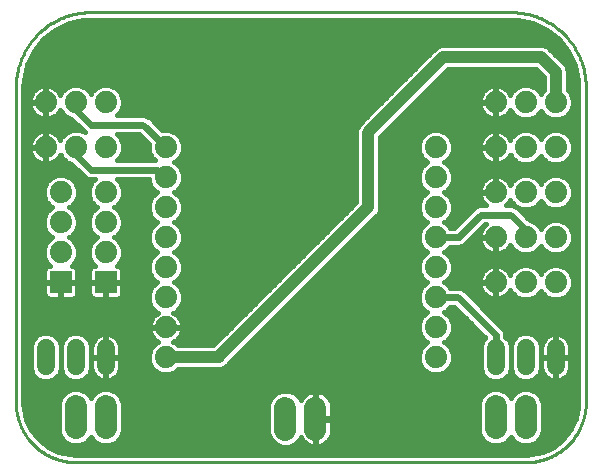
<source format=gbl>
G75*
%MOIN*%
%OFA0B0*%
%FSLAX25Y25*%
%IPPOS*%
%LPD*%
%AMOC8*
5,1,8,0,0,1.08239X$1,22.5*
%
%ADD10C,0.01000*%
%ADD11C,0.07400*%
%ADD12R,0.07400X0.07400*%
%ADD13C,0.07400*%
%ADD14C,0.06000*%
%ADD15C,0.01600*%
%ADD16C,0.03200*%
%ADD17C,0.04000*%
%ADD18C,0.02400*%
D10*
X0021800Y0011250D02*
X0171800Y0011250D01*
X0172283Y0011256D01*
X0172766Y0011273D01*
X0173249Y0011303D01*
X0173730Y0011343D01*
X0174211Y0011396D01*
X0174690Y0011460D01*
X0175167Y0011535D01*
X0175643Y0011623D01*
X0176116Y0011721D01*
X0176586Y0011831D01*
X0177054Y0011952D01*
X0177519Y0012085D01*
X0177980Y0012229D01*
X0178438Y0012384D01*
X0178892Y0012550D01*
X0179342Y0012727D01*
X0179787Y0012914D01*
X0180228Y0013113D01*
X0180664Y0013321D01*
X0181094Y0013541D01*
X0181520Y0013771D01*
X0181939Y0014011D01*
X0182353Y0014261D01*
X0182760Y0014521D01*
X0183161Y0014790D01*
X0183556Y0015070D01*
X0183943Y0015358D01*
X0184324Y0015657D01*
X0184697Y0015964D01*
X0185062Y0016280D01*
X0185420Y0016605D01*
X0185770Y0016938D01*
X0186112Y0017280D01*
X0186445Y0017630D01*
X0186770Y0017988D01*
X0187086Y0018353D01*
X0187393Y0018726D01*
X0187692Y0019107D01*
X0187980Y0019494D01*
X0188260Y0019889D01*
X0188529Y0020290D01*
X0188789Y0020697D01*
X0189039Y0021111D01*
X0189279Y0021530D01*
X0189509Y0021956D01*
X0189729Y0022386D01*
X0189937Y0022822D01*
X0190136Y0023263D01*
X0190323Y0023708D01*
X0190500Y0024158D01*
X0190666Y0024612D01*
X0190821Y0025070D01*
X0190965Y0025531D01*
X0191098Y0025996D01*
X0191219Y0026464D01*
X0191329Y0026934D01*
X0191427Y0027407D01*
X0191515Y0027883D01*
X0191590Y0028360D01*
X0191654Y0028839D01*
X0191707Y0029320D01*
X0191747Y0029801D01*
X0191777Y0030284D01*
X0191794Y0030767D01*
X0191800Y0031250D01*
X0191800Y0136250D01*
X0191793Y0136854D01*
X0191771Y0137458D01*
X0191734Y0138061D01*
X0191683Y0138663D01*
X0191618Y0139263D01*
X0191538Y0139862D01*
X0191443Y0140459D01*
X0191334Y0141053D01*
X0191211Y0141645D01*
X0191074Y0142233D01*
X0190922Y0142818D01*
X0190756Y0143399D01*
X0190576Y0143975D01*
X0190383Y0144548D01*
X0190175Y0145115D01*
X0189954Y0145677D01*
X0189720Y0146234D01*
X0189472Y0146785D01*
X0189211Y0147330D01*
X0188936Y0147868D01*
X0188649Y0148400D01*
X0188349Y0148924D01*
X0188037Y0149441D01*
X0187712Y0149950D01*
X0187375Y0150452D01*
X0187025Y0150945D01*
X0186664Y0151429D01*
X0186292Y0151905D01*
X0185908Y0152371D01*
X0185513Y0152828D01*
X0185107Y0153275D01*
X0184690Y0153713D01*
X0184263Y0154140D01*
X0183825Y0154557D01*
X0183378Y0154963D01*
X0182921Y0155358D01*
X0182455Y0155742D01*
X0181979Y0156114D01*
X0181495Y0156475D01*
X0181002Y0156825D01*
X0180500Y0157162D01*
X0179991Y0157487D01*
X0179474Y0157799D01*
X0178950Y0158099D01*
X0178418Y0158386D01*
X0177880Y0158661D01*
X0177335Y0158922D01*
X0176784Y0159170D01*
X0176227Y0159404D01*
X0175665Y0159625D01*
X0175098Y0159833D01*
X0174525Y0160026D01*
X0173949Y0160206D01*
X0173368Y0160372D01*
X0172783Y0160524D01*
X0172195Y0160661D01*
X0171603Y0160784D01*
X0171009Y0160893D01*
X0170412Y0160988D01*
X0169813Y0161068D01*
X0169213Y0161133D01*
X0168611Y0161184D01*
X0168008Y0161221D01*
X0167404Y0161243D01*
X0166800Y0161250D01*
X0026800Y0161250D01*
X0026196Y0161243D01*
X0025592Y0161221D01*
X0024989Y0161184D01*
X0024387Y0161133D01*
X0023787Y0161068D01*
X0023188Y0160988D01*
X0022591Y0160893D01*
X0021997Y0160784D01*
X0021405Y0160661D01*
X0020817Y0160524D01*
X0020232Y0160372D01*
X0019651Y0160206D01*
X0019075Y0160026D01*
X0018502Y0159833D01*
X0017935Y0159625D01*
X0017373Y0159404D01*
X0016816Y0159170D01*
X0016265Y0158922D01*
X0015720Y0158661D01*
X0015182Y0158386D01*
X0014650Y0158099D01*
X0014126Y0157799D01*
X0013609Y0157487D01*
X0013100Y0157162D01*
X0012598Y0156825D01*
X0012105Y0156475D01*
X0011621Y0156114D01*
X0011145Y0155742D01*
X0010679Y0155358D01*
X0010222Y0154963D01*
X0009775Y0154557D01*
X0009337Y0154140D01*
X0008910Y0153713D01*
X0008493Y0153275D01*
X0008087Y0152828D01*
X0007692Y0152371D01*
X0007308Y0151905D01*
X0006936Y0151429D01*
X0006575Y0150945D01*
X0006225Y0150452D01*
X0005888Y0149950D01*
X0005563Y0149441D01*
X0005251Y0148924D01*
X0004951Y0148400D01*
X0004664Y0147868D01*
X0004389Y0147330D01*
X0004128Y0146785D01*
X0003880Y0146234D01*
X0003646Y0145677D01*
X0003425Y0145115D01*
X0003217Y0144548D01*
X0003024Y0143975D01*
X0002844Y0143399D01*
X0002678Y0142818D01*
X0002526Y0142233D01*
X0002389Y0141645D01*
X0002266Y0141053D01*
X0002157Y0140459D01*
X0002062Y0139862D01*
X0001982Y0139263D01*
X0001917Y0138663D01*
X0001866Y0138061D01*
X0001829Y0137458D01*
X0001807Y0136854D01*
X0001800Y0136250D01*
X0001800Y0031250D01*
X0001806Y0030767D01*
X0001823Y0030284D01*
X0001853Y0029801D01*
X0001893Y0029320D01*
X0001946Y0028839D01*
X0002010Y0028360D01*
X0002085Y0027883D01*
X0002173Y0027407D01*
X0002271Y0026934D01*
X0002381Y0026464D01*
X0002502Y0025996D01*
X0002635Y0025531D01*
X0002779Y0025070D01*
X0002934Y0024612D01*
X0003100Y0024158D01*
X0003277Y0023708D01*
X0003464Y0023263D01*
X0003663Y0022822D01*
X0003871Y0022386D01*
X0004091Y0021956D01*
X0004321Y0021530D01*
X0004561Y0021111D01*
X0004811Y0020697D01*
X0005071Y0020290D01*
X0005340Y0019889D01*
X0005620Y0019494D01*
X0005908Y0019107D01*
X0006207Y0018726D01*
X0006514Y0018353D01*
X0006830Y0017988D01*
X0007155Y0017630D01*
X0007488Y0017280D01*
X0007830Y0016938D01*
X0008180Y0016605D01*
X0008538Y0016280D01*
X0008903Y0015964D01*
X0009276Y0015657D01*
X0009657Y0015358D01*
X0010044Y0015070D01*
X0010439Y0014790D01*
X0010840Y0014521D01*
X0011247Y0014261D01*
X0011661Y0014011D01*
X0012080Y0013771D01*
X0012506Y0013541D01*
X0012936Y0013321D01*
X0013372Y0013113D01*
X0013813Y0012914D01*
X0014258Y0012727D01*
X0014708Y0012550D01*
X0015162Y0012384D01*
X0015620Y0012229D01*
X0016081Y0012085D01*
X0016546Y0011952D01*
X0017014Y0011831D01*
X0017484Y0011721D01*
X0017957Y0011623D01*
X0018433Y0011535D01*
X0018910Y0011460D01*
X0019389Y0011396D01*
X0019870Y0011343D01*
X0020351Y0011303D01*
X0020834Y0011273D01*
X0021317Y0011256D01*
X0021800Y0011250D01*
D11*
X0051800Y0046250D03*
X0051800Y0056250D03*
X0051800Y0066250D03*
X0051800Y0076250D03*
X0051800Y0086250D03*
X0051800Y0096250D03*
X0051800Y0106250D03*
X0051800Y0116250D03*
X0031800Y0116250D03*
X0021800Y0116250D03*
X0011800Y0116250D03*
X0011800Y0131250D03*
X0021800Y0131250D03*
X0031800Y0131250D03*
X0031800Y0101250D03*
X0031800Y0091250D03*
X0031800Y0081250D03*
X0016800Y0081250D03*
X0016800Y0091250D03*
X0016800Y0101250D03*
X0141800Y0096250D03*
X0141800Y0106250D03*
X0141800Y0116250D03*
X0161800Y0116250D03*
X0171800Y0116250D03*
X0181800Y0116250D03*
X0181800Y0101250D03*
X0171800Y0101250D03*
X0161800Y0101250D03*
X0161800Y0086250D03*
X0171800Y0086250D03*
X0181800Y0086250D03*
X0181800Y0071250D03*
X0171800Y0071250D03*
X0161800Y0071250D03*
X0141800Y0066250D03*
X0141800Y0056250D03*
X0141800Y0046250D03*
X0141800Y0076250D03*
X0141800Y0086250D03*
X0161800Y0131250D03*
X0171800Y0131250D03*
X0181800Y0131250D03*
D12*
X0031800Y0071250D03*
X0016800Y0071250D03*
D13*
X0021800Y0029950D02*
X0021800Y0022550D01*
X0031800Y0022550D02*
X0031800Y0029950D01*
X0091682Y0029438D02*
X0091682Y0022038D01*
X0101682Y0022038D02*
X0101682Y0029438D01*
X0161800Y0029950D02*
X0161800Y0022550D01*
X0171800Y0022550D02*
X0171800Y0029950D01*
D14*
X0171800Y0043250D02*
X0171800Y0049250D01*
X0161800Y0049250D02*
X0161800Y0043250D01*
X0181800Y0043250D02*
X0181800Y0049250D01*
X0031800Y0049250D02*
X0031800Y0043250D01*
X0021800Y0043250D02*
X0021800Y0049250D01*
X0011800Y0049250D02*
X0011800Y0043250D01*
D15*
X0017269Y0014447D02*
X0176331Y0014447D01*
X0177580Y0014732D02*
X0173759Y0013860D01*
X0171800Y0013750D01*
X0021800Y0013750D01*
X0019841Y0013860D01*
X0016020Y0014732D01*
X0012489Y0016432D01*
X0009426Y0018876D01*
X0006982Y0021939D01*
X0005282Y0025470D01*
X0004410Y0029291D01*
X0004300Y0031250D01*
X0004300Y0136250D01*
X0004441Y0138769D01*
X0005563Y0143681D01*
X0007749Y0148221D01*
X0010890Y0152160D01*
X0014829Y0155301D01*
X0019369Y0157487D01*
X0024281Y0158609D01*
X0026800Y0158750D01*
X0166800Y0158750D01*
X0169319Y0158609D01*
X0174231Y0157487D01*
X0178771Y0155301D01*
X0182710Y0152160D01*
X0185851Y0148221D01*
X0188037Y0143681D01*
X0189159Y0138769D01*
X0189300Y0136250D01*
X0189300Y0031250D01*
X0189190Y0029291D01*
X0188318Y0025470D01*
X0186618Y0021939D01*
X0184174Y0018876D01*
X0181111Y0016432D01*
X0177580Y0014732D01*
X0175029Y0017718D02*
X0176632Y0019321D01*
X0177500Y0021416D01*
X0177500Y0031084D01*
X0176632Y0033179D01*
X0175029Y0034782D01*
X0172934Y0035650D01*
X0170666Y0035650D01*
X0168571Y0034782D01*
X0166968Y0033179D01*
X0166800Y0032774D01*
X0166632Y0033179D01*
X0165029Y0034782D01*
X0162934Y0035650D01*
X0160666Y0035650D01*
X0158571Y0034782D01*
X0156968Y0033179D01*
X0156100Y0031084D01*
X0156100Y0021416D01*
X0156968Y0019321D01*
X0158571Y0017718D01*
X0160666Y0016850D01*
X0162934Y0016850D01*
X0165029Y0017718D01*
X0166632Y0019321D01*
X0166800Y0019726D01*
X0166968Y0019321D01*
X0168571Y0017718D01*
X0170666Y0016850D01*
X0172934Y0016850D01*
X0175029Y0017718D01*
X0174851Y0017644D02*
X0182630Y0017644D01*
X0184467Y0019243D02*
X0176554Y0019243D01*
X0177262Y0020841D02*
X0185742Y0020841D01*
X0186859Y0022440D02*
X0177500Y0022440D01*
X0177500Y0024038D02*
X0187628Y0024038D01*
X0188356Y0025637D02*
X0177500Y0025637D01*
X0177500Y0027235D02*
X0188721Y0027235D01*
X0189086Y0028834D02*
X0177500Y0028834D01*
X0177500Y0030432D02*
X0189254Y0030432D01*
X0189300Y0032031D02*
X0177108Y0032031D01*
X0176182Y0033629D02*
X0189300Y0033629D01*
X0189300Y0035228D02*
X0173953Y0035228D01*
X0172795Y0038250D02*
X0170805Y0038250D01*
X0168968Y0039011D01*
X0167561Y0040418D01*
X0166800Y0042255D01*
X0166800Y0050245D01*
X0167561Y0052082D01*
X0168968Y0053489D01*
X0170805Y0054250D01*
X0172795Y0054250D01*
X0174632Y0053489D01*
X0176039Y0052082D01*
X0176800Y0050245D01*
X0176800Y0042255D01*
X0176039Y0040418D01*
X0174632Y0039011D01*
X0172795Y0038250D01*
X0173216Y0038425D02*
X0189300Y0038425D01*
X0189300Y0040023D02*
X0185361Y0040023D01*
X0185461Y0040123D02*
X0185905Y0040734D01*
X0186248Y0041407D01*
X0186482Y0042126D01*
X0186600Y0042872D01*
X0186600Y0046050D01*
X0182000Y0046050D01*
X0182000Y0046450D01*
X0186600Y0046450D01*
X0186600Y0049628D01*
X0186482Y0050374D01*
X0186248Y0051093D01*
X0185905Y0051766D01*
X0185461Y0052377D01*
X0184927Y0052911D01*
X0184316Y0053355D01*
X0183643Y0053698D01*
X0182924Y0053932D01*
X0182178Y0054050D01*
X0182000Y0054050D01*
X0182000Y0046450D01*
X0181600Y0046450D01*
X0181600Y0054050D01*
X0181422Y0054050D01*
X0180676Y0053932D01*
X0179957Y0053698D01*
X0179284Y0053355D01*
X0178673Y0052911D01*
X0178139Y0052377D01*
X0177695Y0051766D01*
X0177352Y0051093D01*
X0177118Y0050374D01*
X0177000Y0049628D01*
X0177000Y0046450D01*
X0181600Y0046450D01*
X0181600Y0046050D01*
X0182000Y0046050D01*
X0182000Y0038450D01*
X0182178Y0038450D01*
X0182924Y0038568D01*
X0183643Y0038802D01*
X0184316Y0039145D01*
X0184927Y0039589D01*
X0185461Y0040123D01*
X0186318Y0041622D02*
X0189300Y0041622D01*
X0189300Y0043220D02*
X0186600Y0043220D01*
X0186600Y0044819D02*
X0189300Y0044819D01*
X0189300Y0046417D02*
X0182000Y0046417D01*
X0181600Y0046417D02*
X0176800Y0046417D01*
X0177000Y0046050D02*
X0177000Y0042872D01*
X0177118Y0042126D01*
X0177352Y0041407D01*
X0177695Y0040734D01*
X0178139Y0040123D01*
X0178673Y0039589D01*
X0179284Y0039145D01*
X0179957Y0038802D01*
X0180676Y0038568D01*
X0181422Y0038450D01*
X0181600Y0038450D01*
X0181600Y0046050D01*
X0177000Y0046050D01*
X0177000Y0044819D02*
X0176800Y0044819D01*
X0176800Y0043220D02*
X0177000Y0043220D01*
X0177282Y0041622D02*
X0176537Y0041622D01*
X0175644Y0040023D02*
X0178239Y0040023D01*
X0181600Y0040023D02*
X0182000Y0040023D01*
X0182000Y0041622D02*
X0181600Y0041622D01*
X0181600Y0043220D02*
X0182000Y0043220D01*
X0182000Y0044819D02*
X0181600Y0044819D01*
X0181600Y0048016D02*
X0182000Y0048016D01*
X0182000Y0049614D02*
X0181600Y0049614D01*
X0181600Y0051213D02*
X0182000Y0051213D01*
X0182000Y0052811D02*
X0181600Y0052811D01*
X0178573Y0052811D02*
X0175310Y0052811D01*
X0176399Y0051213D02*
X0177413Y0051213D01*
X0177000Y0049614D02*
X0176800Y0049614D01*
X0176800Y0048016D02*
X0177000Y0048016D01*
X0185027Y0052811D02*
X0189300Y0052811D01*
X0189300Y0051213D02*
X0186187Y0051213D01*
X0186600Y0049614D02*
X0189300Y0049614D01*
X0189300Y0048016D02*
X0186600Y0048016D01*
X0189300Y0054410D02*
X0164990Y0054410D01*
X0165000Y0054387D02*
X0164513Y0055563D01*
X0163613Y0056463D01*
X0151406Y0068670D01*
X0150229Y0069157D01*
X0149522Y0069450D01*
X0146644Y0069450D01*
X0146632Y0069479D01*
X0145029Y0071082D01*
X0144624Y0071250D01*
X0145029Y0071418D01*
X0146632Y0073021D01*
X0147500Y0075116D01*
X0147500Y0077384D01*
X0146632Y0079479D01*
X0145029Y0081082D01*
X0144624Y0081250D01*
X0145029Y0081418D01*
X0146632Y0083021D01*
X0146644Y0083050D01*
X0149721Y0083050D01*
X0151265Y0083689D01*
X0151406Y0083830D01*
X0151643Y0084068D01*
X0151856Y0084280D01*
X0152306Y0084730D01*
X0152306Y0084730D01*
X0158125Y0090550D01*
X0158361Y0090550D01*
X0158217Y0090445D01*
X0157605Y0089833D01*
X0157096Y0089133D01*
X0156703Y0088361D01*
X0156435Y0087538D01*
X0156300Y0086683D01*
X0156300Y0086450D01*
X0161600Y0086450D01*
X0161600Y0086050D01*
X0162000Y0086050D01*
X0162000Y0080750D01*
X0162233Y0080750D01*
X0163088Y0080885D01*
X0163911Y0081153D01*
X0164683Y0081546D01*
X0165383Y0082055D01*
X0165995Y0082667D01*
X0166504Y0083367D01*
X0166681Y0083714D01*
X0166968Y0083021D01*
X0168571Y0081418D01*
X0170666Y0080550D01*
X0172934Y0080550D01*
X0175029Y0081418D01*
X0176632Y0083021D01*
X0176800Y0083426D01*
X0176968Y0083021D01*
X0178571Y0081418D01*
X0180666Y0080550D01*
X0182934Y0080550D01*
X0185029Y0081418D01*
X0186632Y0083021D01*
X0187500Y0085116D01*
X0187500Y0087384D01*
X0186632Y0089479D01*
X0185029Y0091082D01*
X0182934Y0091950D01*
X0180666Y0091950D01*
X0178571Y0091082D01*
X0176968Y0089479D01*
X0176800Y0089074D01*
X0176632Y0089479D01*
X0175029Y0091082D01*
X0173261Y0091814D01*
X0168906Y0096170D01*
X0167729Y0096657D01*
X0167022Y0096950D01*
X0165239Y0096950D01*
X0165383Y0097055D01*
X0165995Y0097667D01*
X0166504Y0098367D01*
X0166681Y0098714D01*
X0166968Y0098021D01*
X0168571Y0096418D01*
X0170666Y0095550D01*
X0172934Y0095550D01*
X0175029Y0096418D01*
X0176632Y0098021D01*
X0176800Y0098426D01*
X0176968Y0098021D01*
X0178571Y0096418D01*
X0180666Y0095550D01*
X0182934Y0095550D01*
X0185029Y0096418D01*
X0186632Y0098021D01*
X0187500Y0100116D01*
X0187500Y0102384D01*
X0186632Y0104479D01*
X0185029Y0106082D01*
X0182934Y0106950D01*
X0180666Y0106950D01*
X0178571Y0106082D01*
X0176968Y0104479D01*
X0176800Y0104074D01*
X0176632Y0104479D01*
X0175029Y0106082D01*
X0172934Y0106950D01*
X0170666Y0106950D01*
X0168571Y0106082D01*
X0166968Y0104479D01*
X0166681Y0103786D01*
X0166504Y0104133D01*
X0165995Y0104833D01*
X0165383Y0105445D01*
X0164683Y0105954D01*
X0163911Y0106347D01*
X0163088Y0106615D01*
X0162233Y0106750D01*
X0162000Y0106750D01*
X0162000Y0101450D01*
X0161600Y0101450D01*
X0161600Y0106750D01*
X0161367Y0106750D01*
X0160512Y0106615D01*
X0159689Y0106347D01*
X0158917Y0105954D01*
X0158217Y0105445D01*
X0157605Y0104833D01*
X0157096Y0104133D01*
X0156703Y0103361D01*
X0156435Y0102538D01*
X0156300Y0101683D01*
X0156300Y0101450D01*
X0161600Y0101450D01*
X0161600Y0101050D01*
X0156300Y0101050D01*
X0156300Y0100817D01*
X0156435Y0099962D01*
X0156703Y0099139D01*
X0157096Y0098367D01*
X0157605Y0097667D01*
X0158217Y0097055D01*
X0158361Y0096950D01*
X0156163Y0096950D01*
X0154987Y0096463D01*
X0154087Y0095563D01*
X0154087Y0095563D01*
X0147975Y0089450D01*
X0146644Y0089450D01*
X0146632Y0089479D01*
X0145029Y0091082D01*
X0144624Y0091250D01*
X0145029Y0091418D01*
X0146632Y0093021D01*
X0147500Y0095116D01*
X0147500Y0097384D01*
X0146632Y0099479D01*
X0145029Y0101082D01*
X0144624Y0101250D01*
X0145029Y0101418D01*
X0146632Y0103021D01*
X0147500Y0105116D01*
X0147500Y0107384D01*
X0146632Y0109479D01*
X0145029Y0111082D01*
X0144624Y0111250D01*
X0145029Y0111418D01*
X0146632Y0113021D01*
X0147500Y0115116D01*
X0147500Y0117384D01*
X0146632Y0119479D01*
X0145029Y0121082D01*
X0142934Y0121950D01*
X0140666Y0121950D01*
X0138571Y0121082D01*
X0136968Y0119479D01*
X0136100Y0117384D01*
X0136100Y0115116D01*
X0136968Y0113021D01*
X0138571Y0111418D01*
X0138976Y0111250D01*
X0138571Y0111082D01*
X0136968Y0109479D01*
X0136100Y0107384D01*
X0136100Y0105116D01*
X0136968Y0103021D01*
X0138571Y0101418D01*
X0138976Y0101250D01*
X0138571Y0101082D01*
X0136968Y0099479D01*
X0136100Y0097384D01*
X0136100Y0095116D01*
X0136968Y0093021D01*
X0138571Y0091418D01*
X0138976Y0091250D01*
X0138571Y0091082D01*
X0136968Y0089479D01*
X0136100Y0087384D01*
X0136100Y0085116D01*
X0136968Y0083021D01*
X0138571Y0081418D01*
X0138976Y0081250D01*
X0138571Y0081082D01*
X0136968Y0079479D01*
X0136100Y0077384D01*
X0136100Y0075116D01*
X0136968Y0073021D01*
X0138571Y0071418D01*
X0138976Y0071250D01*
X0138571Y0071082D01*
X0136968Y0069479D01*
X0136100Y0067384D01*
X0136100Y0065116D01*
X0136968Y0063021D01*
X0138571Y0061418D01*
X0138976Y0061250D01*
X0138571Y0061082D01*
X0136968Y0059479D01*
X0136100Y0057384D01*
X0136100Y0055116D01*
X0136968Y0053021D01*
X0138571Y0051418D01*
X0138976Y0051250D01*
X0138571Y0051082D01*
X0136968Y0049479D01*
X0136100Y0047384D01*
X0136100Y0045116D01*
X0136968Y0043021D01*
X0138571Y0041418D01*
X0140666Y0040550D01*
X0142934Y0040550D01*
X0145029Y0041418D01*
X0146632Y0043021D01*
X0147500Y0045116D01*
X0147500Y0047384D01*
X0146632Y0049479D01*
X0145029Y0051082D01*
X0144624Y0051250D01*
X0145029Y0051418D01*
X0146632Y0053021D01*
X0147500Y0055116D01*
X0147500Y0057384D01*
X0146632Y0059479D01*
X0145029Y0061082D01*
X0144624Y0061250D01*
X0145029Y0061418D01*
X0146632Y0063021D01*
X0146644Y0063050D01*
X0147975Y0063050D01*
X0158252Y0052773D01*
X0157561Y0052082D01*
X0156800Y0050245D01*
X0156800Y0042255D01*
X0157561Y0040418D01*
X0158968Y0039011D01*
X0160805Y0038250D01*
X0162795Y0038250D01*
X0164632Y0039011D01*
X0166039Y0040418D01*
X0166800Y0042255D01*
X0166800Y0050245D01*
X0166039Y0052082D01*
X0165000Y0053121D01*
X0165000Y0054387D01*
X0165310Y0052811D02*
X0168290Y0052811D01*
X0167201Y0051213D02*
X0166399Y0051213D01*
X0166800Y0049614D02*
X0166800Y0049614D01*
X0166800Y0048016D02*
X0166800Y0048016D01*
X0166800Y0046417D02*
X0166800Y0046417D01*
X0166800Y0044819D02*
X0166800Y0044819D01*
X0166800Y0043220D02*
X0166800Y0043220D01*
X0166537Y0041622D02*
X0167062Y0041622D01*
X0167956Y0040023D02*
X0165644Y0040023D01*
X0163216Y0038425D02*
X0170384Y0038425D01*
X0169647Y0035228D02*
X0163953Y0035228D01*
X0166182Y0033629D02*
X0167418Y0033629D01*
X0159647Y0035228D02*
X0033953Y0035228D01*
X0032934Y0035650D02*
X0030666Y0035650D01*
X0028571Y0034782D01*
X0026968Y0033179D01*
X0026800Y0032774D01*
X0026632Y0033179D01*
X0025029Y0034782D01*
X0022934Y0035650D01*
X0020666Y0035650D01*
X0018571Y0034782D01*
X0016968Y0033179D01*
X0016100Y0031084D01*
X0016100Y0021416D01*
X0016968Y0019321D01*
X0018571Y0017718D01*
X0020666Y0016850D01*
X0022934Y0016850D01*
X0025029Y0017718D01*
X0026632Y0019321D01*
X0026800Y0019726D01*
X0026968Y0019321D01*
X0028571Y0017718D01*
X0030666Y0016850D01*
X0032934Y0016850D01*
X0035029Y0017718D01*
X0036632Y0019321D01*
X0037500Y0021416D01*
X0037500Y0031084D01*
X0036632Y0033179D01*
X0035029Y0034782D01*
X0032934Y0035650D01*
X0029647Y0035228D02*
X0023953Y0035228D01*
X0026182Y0033629D02*
X0027418Y0033629D01*
X0029957Y0038802D02*
X0030676Y0038568D01*
X0031422Y0038450D01*
X0031600Y0038450D01*
X0031600Y0046050D01*
X0032000Y0046050D01*
X0032000Y0046450D01*
X0036600Y0046450D01*
X0036600Y0049628D01*
X0036482Y0050374D01*
X0036248Y0051093D01*
X0035905Y0051766D01*
X0035461Y0052377D01*
X0034927Y0052911D01*
X0034316Y0053355D01*
X0033643Y0053698D01*
X0032924Y0053932D01*
X0032178Y0054050D01*
X0032000Y0054050D01*
X0032000Y0046450D01*
X0031600Y0046450D01*
X0031600Y0054050D01*
X0031422Y0054050D01*
X0030676Y0053932D01*
X0029957Y0053698D01*
X0029284Y0053355D01*
X0028673Y0052911D01*
X0028139Y0052377D01*
X0027695Y0051766D01*
X0027352Y0051093D01*
X0027118Y0050374D01*
X0027000Y0049628D01*
X0027000Y0046450D01*
X0031600Y0046450D01*
X0031600Y0046050D01*
X0027000Y0046050D01*
X0027000Y0042872D01*
X0027118Y0042126D01*
X0027352Y0041407D01*
X0027695Y0040734D01*
X0028139Y0040123D01*
X0028673Y0039589D01*
X0029284Y0039145D01*
X0029957Y0038802D01*
X0031600Y0040023D02*
X0032000Y0040023D01*
X0032000Y0038450D02*
X0032178Y0038450D01*
X0032924Y0038568D01*
X0033643Y0038802D01*
X0034316Y0039145D01*
X0034927Y0039589D01*
X0035461Y0040123D01*
X0035905Y0040734D01*
X0036248Y0041407D01*
X0036482Y0042126D01*
X0036600Y0042872D01*
X0036600Y0046050D01*
X0032000Y0046050D01*
X0032000Y0038450D01*
X0032000Y0041622D02*
X0031600Y0041622D01*
X0031600Y0043220D02*
X0032000Y0043220D01*
X0032000Y0044819D02*
X0031600Y0044819D01*
X0031600Y0046417D02*
X0026800Y0046417D01*
X0026800Y0044819D02*
X0027000Y0044819D01*
X0027000Y0043220D02*
X0026800Y0043220D01*
X0026800Y0042255D02*
X0026800Y0050245D01*
X0026039Y0052082D01*
X0024632Y0053489D01*
X0022795Y0054250D01*
X0020805Y0054250D01*
X0018968Y0053489D01*
X0017561Y0052082D01*
X0016800Y0050245D01*
X0016039Y0052082D01*
X0014632Y0053489D01*
X0012795Y0054250D01*
X0010805Y0054250D01*
X0008968Y0053489D01*
X0007561Y0052082D01*
X0006800Y0050245D01*
X0006800Y0042255D01*
X0007561Y0040418D01*
X0008968Y0039011D01*
X0010805Y0038250D01*
X0012795Y0038250D01*
X0014632Y0039011D01*
X0016039Y0040418D01*
X0016800Y0042255D01*
X0016800Y0050245D01*
X0016800Y0042255D01*
X0017561Y0040418D01*
X0018968Y0039011D01*
X0020805Y0038250D01*
X0022795Y0038250D01*
X0024632Y0039011D01*
X0026039Y0040418D01*
X0026800Y0042255D01*
X0026537Y0041622D02*
X0027282Y0041622D01*
X0028239Y0040023D02*
X0025644Y0040023D01*
X0023216Y0038425D02*
X0160384Y0038425D01*
X0157956Y0040023D02*
X0035361Y0040023D01*
X0036318Y0041622D02*
X0048367Y0041622D01*
X0048571Y0041418D02*
X0046968Y0043021D01*
X0046100Y0045116D01*
X0046100Y0047384D01*
X0046968Y0049479D01*
X0048571Y0051082D01*
X0049264Y0051369D01*
X0048917Y0051546D01*
X0048217Y0052055D01*
X0047605Y0052667D01*
X0047096Y0053367D01*
X0046703Y0054139D01*
X0046435Y0054962D01*
X0046300Y0055817D01*
X0046300Y0056050D01*
X0051600Y0056050D01*
X0051600Y0056450D01*
X0046300Y0056450D01*
X0046300Y0056683D01*
X0046435Y0057538D01*
X0046703Y0058361D01*
X0047096Y0059133D01*
X0047605Y0059833D01*
X0048217Y0060445D01*
X0048917Y0060954D01*
X0049264Y0061131D01*
X0048571Y0061418D01*
X0046968Y0063021D01*
X0046100Y0065116D01*
X0046100Y0067384D01*
X0046968Y0069479D01*
X0048571Y0071082D01*
X0048976Y0071250D01*
X0048571Y0071418D01*
X0046968Y0073021D01*
X0046100Y0075116D01*
X0046100Y0077384D01*
X0046968Y0079479D01*
X0048571Y0081082D01*
X0048976Y0081250D01*
X0048571Y0081418D01*
X0046968Y0083021D01*
X0046100Y0085116D01*
X0046100Y0087384D01*
X0046968Y0089479D01*
X0048571Y0091082D01*
X0048976Y0091250D01*
X0048571Y0091418D01*
X0046968Y0093021D01*
X0046100Y0095116D01*
X0046100Y0097384D01*
X0046968Y0099479D01*
X0048571Y0101082D01*
X0048976Y0101250D01*
X0048571Y0101418D01*
X0046968Y0103021D01*
X0046100Y0105116D01*
X0046100Y0105550D01*
X0035561Y0105550D01*
X0036632Y0104479D01*
X0037500Y0102384D01*
X0037500Y0100116D01*
X0036632Y0098021D01*
X0035029Y0096418D01*
X0034624Y0096250D01*
X0035029Y0096082D01*
X0036632Y0094479D01*
X0037500Y0092384D01*
X0037500Y0090116D01*
X0036632Y0088021D01*
X0035029Y0086418D01*
X0034624Y0086250D01*
X0035029Y0086082D01*
X0036632Y0084479D01*
X0037500Y0082384D01*
X0037500Y0080116D01*
X0036632Y0078021D01*
X0035361Y0076750D01*
X0035737Y0076750D01*
X0036195Y0076627D01*
X0036605Y0076390D01*
X0036940Y0076055D01*
X0037177Y0075645D01*
X0037300Y0075187D01*
X0037300Y0071450D01*
X0032000Y0071450D01*
X0032000Y0071050D01*
X0037300Y0071050D01*
X0037300Y0067313D01*
X0037177Y0066855D01*
X0036940Y0066445D01*
X0036605Y0066110D01*
X0036195Y0065873D01*
X0035737Y0065750D01*
X0032000Y0065750D01*
X0032000Y0071050D01*
X0031600Y0071050D01*
X0031600Y0065750D01*
X0027863Y0065750D01*
X0027405Y0065873D01*
X0026995Y0066110D01*
X0026660Y0066445D01*
X0026423Y0066855D01*
X0026300Y0067313D01*
X0026300Y0071050D01*
X0031600Y0071050D01*
X0031600Y0071450D01*
X0026300Y0071450D01*
X0026300Y0075187D01*
X0026423Y0075645D01*
X0026660Y0076055D01*
X0026995Y0076390D01*
X0027405Y0076627D01*
X0027863Y0076750D01*
X0028239Y0076750D01*
X0026968Y0078021D01*
X0026100Y0080116D01*
X0026100Y0082384D01*
X0026968Y0084479D01*
X0028571Y0086082D01*
X0028976Y0086250D01*
X0028571Y0086418D01*
X0026968Y0088021D01*
X0026100Y0090116D01*
X0026100Y0092384D01*
X0026968Y0094479D01*
X0028571Y0096082D01*
X0028976Y0096250D01*
X0028571Y0096418D01*
X0026968Y0098021D01*
X0026100Y0100116D01*
X0026100Y0102384D01*
X0026968Y0104479D01*
X0028039Y0105550D01*
X0026163Y0105550D01*
X0024987Y0106037D01*
X0024087Y0106937D01*
X0020339Y0110686D01*
X0018571Y0111418D01*
X0016968Y0113021D01*
X0016681Y0113714D01*
X0016504Y0113367D01*
X0015995Y0112667D01*
X0015383Y0112055D01*
X0014683Y0111546D01*
X0013911Y0111153D01*
X0013088Y0110885D01*
X0012233Y0110750D01*
X0012000Y0110750D01*
X0012000Y0116050D01*
X0011600Y0116050D01*
X0011600Y0110750D01*
X0011367Y0110750D01*
X0010512Y0110885D01*
X0009689Y0111153D01*
X0008917Y0111546D01*
X0008217Y0112055D01*
X0007605Y0112667D01*
X0007096Y0113367D01*
X0006703Y0114139D01*
X0006435Y0114962D01*
X0006300Y0115817D01*
X0006300Y0116050D01*
X0011600Y0116050D01*
X0011600Y0116450D01*
X0011600Y0121750D01*
X0011367Y0121750D01*
X0010512Y0121615D01*
X0009689Y0121347D01*
X0008917Y0120954D01*
X0008217Y0120445D01*
X0007605Y0119833D01*
X0007096Y0119133D01*
X0006703Y0118361D01*
X0006435Y0117538D01*
X0006300Y0116683D01*
X0006300Y0116450D01*
X0011600Y0116450D01*
X0012000Y0116450D01*
X0012000Y0121750D01*
X0012233Y0121750D01*
X0013088Y0121615D01*
X0013911Y0121347D01*
X0014683Y0120954D01*
X0015383Y0120445D01*
X0015995Y0119833D01*
X0016504Y0119133D01*
X0016681Y0118786D01*
X0016968Y0119479D01*
X0018571Y0121082D01*
X0020666Y0121950D01*
X0022934Y0121950D01*
X0024881Y0121143D01*
X0024087Y0121937D01*
X0020339Y0125686D01*
X0018571Y0126418D01*
X0016968Y0128021D01*
X0016681Y0128714D01*
X0016504Y0128367D01*
X0015995Y0127667D01*
X0015383Y0127055D01*
X0014683Y0126546D01*
X0013911Y0126153D01*
X0013088Y0125885D01*
X0012233Y0125750D01*
X0012000Y0125750D01*
X0012000Y0131050D01*
X0011600Y0131050D01*
X0006300Y0131050D01*
X0006300Y0130817D01*
X0006435Y0129962D01*
X0006703Y0129139D01*
X0007096Y0128367D01*
X0007605Y0127667D01*
X0008217Y0127055D01*
X0008917Y0126546D01*
X0009689Y0126153D01*
X0010512Y0125885D01*
X0011367Y0125750D01*
X0011600Y0125750D01*
X0011600Y0131050D01*
X0011600Y0131450D01*
X0011600Y0136750D01*
X0011367Y0136750D01*
X0010512Y0136615D01*
X0009689Y0136347D01*
X0008917Y0135954D01*
X0008217Y0135445D01*
X0007605Y0134833D01*
X0007096Y0134133D01*
X0006703Y0133361D01*
X0006435Y0132538D01*
X0006300Y0131683D01*
X0006300Y0131450D01*
X0011600Y0131450D01*
X0012000Y0131450D01*
X0012000Y0136750D01*
X0012233Y0136750D01*
X0013088Y0136615D01*
X0013911Y0136347D01*
X0014683Y0135954D01*
X0015383Y0135445D01*
X0015995Y0134833D01*
X0016504Y0134133D01*
X0016681Y0133786D01*
X0016968Y0134479D01*
X0018571Y0136082D01*
X0020666Y0136950D01*
X0022934Y0136950D01*
X0025029Y0136082D01*
X0026632Y0134479D01*
X0026800Y0134074D01*
X0026968Y0134479D01*
X0028571Y0136082D01*
X0030666Y0136950D01*
X0032934Y0136950D01*
X0035029Y0136082D01*
X0036632Y0134479D01*
X0037500Y0132384D01*
X0037500Y0130116D01*
X0036632Y0128021D01*
X0035561Y0126950D01*
X0044522Y0126950D01*
X0045698Y0126463D01*
X0045698Y0126463D01*
X0046406Y0126170D01*
X0050637Y0121938D01*
X0050666Y0121950D01*
X0052934Y0121950D01*
X0055029Y0121082D01*
X0056632Y0119479D01*
X0057500Y0117384D01*
X0057500Y0115116D01*
X0056632Y0113021D01*
X0055029Y0111418D01*
X0054624Y0111250D01*
X0055029Y0111082D01*
X0056632Y0109479D01*
X0057500Y0107384D01*
X0057500Y0105116D01*
X0056632Y0103021D01*
X0055029Y0101418D01*
X0054624Y0101250D01*
X0055029Y0101082D01*
X0056632Y0099479D01*
X0057500Y0097384D01*
X0057500Y0095116D01*
X0056632Y0093021D01*
X0055029Y0091418D01*
X0054624Y0091250D01*
X0055029Y0091082D01*
X0056632Y0089479D01*
X0057500Y0087384D01*
X0057500Y0085116D01*
X0056632Y0083021D01*
X0055029Y0081418D01*
X0054624Y0081250D01*
X0055029Y0081082D01*
X0056632Y0079479D01*
X0057500Y0077384D01*
X0057500Y0075116D01*
X0056632Y0073021D01*
X0055029Y0071418D01*
X0054624Y0071250D01*
X0055029Y0071082D01*
X0056632Y0069479D01*
X0057500Y0067384D01*
X0057500Y0065116D01*
X0056632Y0063021D01*
X0055029Y0061418D01*
X0054336Y0061131D01*
X0054683Y0060954D01*
X0055383Y0060445D01*
X0055995Y0059833D01*
X0056504Y0059133D01*
X0056897Y0058361D01*
X0057165Y0057538D01*
X0057300Y0056683D01*
X0057300Y0056450D01*
X0052000Y0056450D01*
X0052000Y0056050D01*
X0057300Y0056050D01*
X0057300Y0055817D01*
X0057165Y0054962D01*
X0056897Y0054139D01*
X0056504Y0053367D01*
X0055995Y0052667D01*
X0055383Y0052055D01*
X0054683Y0051546D01*
X0054336Y0051369D01*
X0055029Y0051082D01*
X0055861Y0050250D01*
X0067643Y0050250D01*
X0115300Y0097907D01*
X0115300Y0121830D01*
X0116061Y0123668D01*
X0116061Y0123668D01*
X0116202Y0123809D01*
X0116202Y0123809D01*
X0116838Y0124445D01*
X0117327Y0124934D01*
X0117327Y0124934D01*
X0140909Y0148516D01*
X0142034Y0149641D01*
X0143504Y0150250D01*
X0177380Y0150250D01*
X0179218Y0149489D01*
X0179218Y0149489D01*
X0179359Y0149348D01*
X0179359Y0149348D01*
X0180006Y0148701D01*
X0180484Y0148223D01*
X0180484Y0148223D01*
X0184066Y0144641D01*
X0185191Y0143516D01*
X0185800Y0142046D01*
X0185800Y0135311D01*
X0186632Y0134479D01*
X0187500Y0132384D01*
X0187500Y0130116D01*
X0186632Y0128021D01*
X0185029Y0126418D01*
X0182934Y0125550D01*
X0180666Y0125550D01*
X0178571Y0126418D01*
X0176968Y0128021D01*
X0176800Y0128426D01*
X0176632Y0128021D01*
X0175029Y0126418D01*
X0172934Y0125550D01*
X0170666Y0125550D01*
X0168571Y0126418D01*
X0166968Y0128021D01*
X0166681Y0128714D01*
X0166504Y0128367D01*
X0165995Y0127667D01*
X0165383Y0127055D01*
X0164683Y0126546D01*
X0163911Y0126153D01*
X0163088Y0125885D01*
X0162233Y0125750D01*
X0162000Y0125750D01*
X0162000Y0131050D01*
X0161600Y0131050D01*
X0161600Y0125750D01*
X0161367Y0125750D01*
X0160512Y0125885D01*
X0159689Y0126153D01*
X0158917Y0126546D01*
X0158217Y0127055D01*
X0157605Y0127667D01*
X0157096Y0128367D01*
X0156703Y0129139D01*
X0156435Y0129962D01*
X0156300Y0130817D01*
X0156300Y0131050D01*
X0161600Y0131050D01*
X0161600Y0131450D01*
X0161600Y0136750D01*
X0161367Y0136750D01*
X0160512Y0136615D01*
X0159689Y0136347D01*
X0158917Y0135954D01*
X0158217Y0135445D01*
X0157605Y0134833D01*
X0157096Y0134133D01*
X0156703Y0133361D01*
X0156435Y0132538D01*
X0156300Y0131683D01*
X0156300Y0131450D01*
X0161600Y0131450D01*
X0162000Y0131450D01*
X0162000Y0136750D01*
X0162233Y0136750D01*
X0163088Y0136615D01*
X0163911Y0136347D01*
X0164683Y0135954D01*
X0165383Y0135445D01*
X0165995Y0134833D01*
X0166504Y0134133D01*
X0166681Y0133786D01*
X0166968Y0134479D01*
X0168571Y0136082D01*
X0170666Y0136950D01*
X0172934Y0136950D01*
X0175029Y0136082D01*
X0176632Y0134479D01*
X0176800Y0134074D01*
X0176968Y0134479D01*
X0177800Y0135311D01*
X0177800Y0139593D01*
X0175143Y0142250D01*
X0145957Y0142250D01*
X0123300Y0119593D01*
X0123300Y0095454D01*
X0122691Y0093984D01*
X0121566Y0092859D01*
X0072984Y0044277D01*
X0072984Y0044277D01*
X0072457Y0043750D01*
X0071859Y0043152D01*
X0071859Y0043152D01*
X0071718Y0043011D01*
X0071718Y0043011D01*
X0069880Y0042250D01*
X0055861Y0042250D01*
X0055029Y0041418D01*
X0052934Y0040550D01*
X0050666Y0040550D01*
X0048571Y0041418D01*
X0046885Y0043220D02*
X0036600Y0043220D01*
X0036600Y0044819D02*
X0046223Y0044819D01*
X0046100Y0046417D02*
X0032000Y0046417D01*
X0032000Y0048016D02*
X0031600Y0048016D01*
X0031600Y0049614D02*
X0032000Y0049614D01*
X0032000Y0051213D02*
X0031600Y0051213D01*
X0031600Y0052811D02*
X0032000Y0052811D01*
X0035027Y0052811D02*
X0047500Y0052811D01*
X0046615Y0054410D02*
X0004300Y0054410D01*
X0004300Y0056008D02*
X0046300Y0056008D01*
X0046458Y0057607D02*
X0004300Y0057607D01*
X0004300Y0059205D02*
X0047149Y0059205D01*
X0048711Y0060804D02*
X0004300Y0060804D01*
X0004300Y0062402D02*
X0047587Y0062402D01*
X0046562Y0064001D02*
X0004300Y0064001D01*
X0004300Y0065599D02*
X0046100Y0065599D01*
X0046100Y0067198D02*
X0037269Y0067198D01*
X0037300Y0068796D02*
X0046685Y0068796D01*
X0047884Y0070395D02*
X0037300Y0070395D01*
X0037300Y0071993D02*
X0047996Y0071993D01*
X0046731Y0073592D02*
X0037300Y0073592D01*
X0037299Y0075190D02*
X0046100Y0075190D01*
X0046100Y0076789D02*
X0035400Y0076789D01*
X0036784Y0078387D02*
X0046516Y0078387D01*
X0047475Y0079986D02*
X0037446Y0079986D01*
X0037500Y0081584D02*
X0048404Y0081584D01*
X0046901Y0083183D02*
X0037169Y0083183D01*
X0036329Y0084782D02*
X0046239Y0084782D01*
X0046100Y0086380D02*
X0034938Y0086380D01*
X0036590Y0087979D02*
X0046346Y0087979D01*
X0047066Y0089577D02*
X0037277Y0089577D01*
X0037500Y0091176D02*
X0048797Y0091176D01*
X0047215Y0092774D02*
X0037338Y0092774D01*
X0036676Y0094373D02*
X0046408Y0094373D01*
X0046100Y0095971D02*
X0035140Y0095971D01*
X0036181Y0097570D02*
X0046177Y0097570D01*
X0046839Y0099168D02*
X0037107Y0099168D01*
X0037500Y0100767D02*
X0048256Y0100767D01*
X0047624Y0102365D02*
X0037500Y0102365D01*
X0036846Y0103964D02*
X0046577Y0103964D01*
X0048886Y0108750D02*
X0048946Y0108748D01*
X0049007Y0108743D01*
X0049066Y0108734D01*
X0049125Y0108721D01*
X0049184Y0108705D01*
X0049241Y0108685D01*
X0049296Y0108662D01*
X0049351Y0108635D01*
X0049403Y0108606D01*
X0049454Y0108573D01*
X0049503Y0108537D01*
X0049549Y0108499D01*
X0049593Y0108457D01*
X0048039Y0111950D02*
X0035561Y0111950D01*
X0036632Y0113021D01*
X0037500Y0115116D01*
X0037500Y0117384D01*
X0036632Y0119479D01*
X0035561Y0120550D01*
X0042975Y0120550D01*
X0046112Y0117413D01*
X0046100Y0117384D01*
X0046100Y0115116D01*
X0046968Y0113021D01*
X0048039Y0111950D01*
X0048033Y0111956D02*
X0035567Y0111956D01*
X0036853Y0113555D02*
X0046747Y0113555D01*
X0046100Y0115153D02*
X0037500Y0115153D01*
X0037500Y0116752D02*
X0046100Y0116752D01*
X0045174Y0118350D02*
X0037100Y0118350D01*
X0036162Y0119949D02*
X0043576Y0119949D01*
X0044593Y0123457D02*
X0044549Y0123499D01*
X0044503Y0123537D01*
X0044454Y0123573D01*
X0044403Y0123606D01*
X0044351Y0123635D01*
X0044296Y0123662D01*
X0044241Y0123685D01*
X0044184Y0123705D01*
X0044125Y0123721D01*
X0044066Y0123734D01*
X0044007Y0123743D01*
X0043946Y0123748D01*
X0043886Y0123750D01*
X0045988Y0126343D02*
X0118736Y0126343D01*
X0120334Y0127941D02*
X0036552Y0127941D01*
X0037261Y0129540D02*
X0121933Y0129540D01*
X0123532Y0131138D02*
X0037500Y0131138D01*
X0037354Y0132737D02*
X0125130Y0132737D01*
X0126729Y0134335D02*
X0036692Y0134335D01*
X0035177Y0135934D02*
X0128327Y0135934D01*
X0129926Y0137532D02*
X0004372Y0137532D01*
X0004300Y0135934D02*
X0008890Y0135934D01*
X0007243Y0134335D02*
X0004300Y0134335D01*
X0004300Y0132737D02*
X0006500Y0132737D01*
X0004300Y0131138D02*
X0011600Y0131138D01*
X0011600Y0129540D02*
X0012000Y0129540D01*
X0012000Y0127941D02*
X0011600Y0127941D01*
X0011600Y0126343D02*
X0012000Y0126343D01*
X0014284Y0126343D02*
X0018752Y0126343D01*
X0017048Y0127941D02*
X0016194Y0127941D01*
X0021280Y0124744D02*
X0004300Y0124744D01*
X0004300Y0123146D02*
X0022879Y0123146D01*
X0023906Y0121547D02*
X0024477Y0121547D01*
X0019694Y0121547D02*
X0013295Y0121547D01*
X0012000Y0121547D02*
X0011600Y0121547D01*
X0010305Y0121547D02*
X0004300Y0121547D01*
X0004300Y0119949D02*
X0007721Y0119949D01*
X0006699Y0118350D02*
X0004300Y0118350D01*
X0004300Y0116752D02*
X0006311Y0116752D01*
X0006405Y0115153D02*
X0004300Y0115153D01*
X0004300Y0113555D02*
X0007001Y0113555D01*
X0008353Y0111956D02*
X0004300Y0111956D01*
X0004300Y0110358D02*
X0020667Y0110358D01*
X0022265Y0108759D02*
X0004300Y0108759D01*
X0004300Y0107161D02*
X0023864Y0107161D01*
X0026134Y0105562D02*
X0020549Y0105562D01*
X0020029Y0106082D02*
X0017934Y0106950D01*
X0015666Y0106950D01*
X0013571Y0106082D01*
X0011968Y0104479D01*
X0011100Y0102384D01*
X0011100Y0100116D01*
X0011968Y0098021D01*
X0013571Y0096418D01*
X0013976Y0096250D01*
X0013571Y0096082D01*
X0011968Y0094479D01*
X0011100Y0092384D01*
X0011100Y0090116D01*
X0011968Y0088021D01*
X0013571Y0086418D01*
X0013976Y0086250D01*
X0013571Y0086082D01*
X0011968Y0084479D01*
X0011100Y0082384D01*
X0011100Y0080116D01*
X0011968Y0078021D01*
X0013239Y0076750D01*
X0012863Y0076750D01*
X0012405Y0076627D01*
X0011995Y0076390D01*
X0011660Y0076055D01*
X0011423Y0075645D01*
X0011300Y0075187D01*
X0011300Y0071450D01*
X0016600Y0071450D01*
X0016600Y0071050D01*
X0011300Y0071050D01*
X0011300Y0067313D01*
X0011423Y0066855D01*
X0011660Y0066445D01*
X0011995Y0066110D01*
X0012405Y0065873D01*
X0012863Y0065750D01*
X0016600Y0065750D01*
X0016600Y0071050D01*
X0017000Y0071050D01*
X0017000Y0071450D01*
X0022300Y0071450D01*
X0022300Y0075187D01*
X0022177Y0075645D01*
X0021940Y0076055D01*
X0021605Y0076390D01*
X0021195Y0076627D01*
X0020737Y0076750D01*
X0020361Y0076750D01*
X0021632Y0078021D01*
X0022500Y0080116D01*
X0022500Y0082384D01*
X0021632Y0084479D01*
X0020029Y0086082D01*
X0019624Y0086250D01*
X0020029Y0086418D01*
X0021632Y0088021D01*
X0022500Y0090116D01*
X0022500Y0092384D01*
X0021632Y0094479D01*
X0020029Y0096082D01*
X0019624Y0096250D01*
X0020029Y0096418D01*
X0021632Y0098021D01*
X0022500Y0100116D01*
X0022500Y0102384D01*
X0021632Y0104479D01*
X0020029Y0106082D01*
X0021846Y0103964D02*
X0026754Y0103964D01*
X0026100Y0102365D02*
X0022500Y0102365D01*
X0022500Y0100767D02*
X0026100Y0100767D01*
X0026493Y0099168D02*
X0022107Y0099168D01*
X0021181Y0097570D02*
X0027419Y0097570D01*
X0028460Y0095971D02*
X0020140Y0095971D01*
X0021676Y0094373D02*
X0026924Y0094373D01*
X0026262Y0092774D02*
X0022338Y0092774D01*
X0022500Y0091176D02*
X0026100Y0091176D01*
X0026323Y0089577D02*
X0022277Y0089577D01*
X0021590Y0087979D02*
X0027010Y0087979D01*
X0028662Y0086380D02*
X0019938Y0086380D01*
X0021329Y0084782D02*
X0027270Y0084782D01*
X0026431Y0083183D02*
X0022169Y0083183D01*
X0022500Y0081584D02*
X0026100Y0081584D01*
X0026154Y0079986D02*
X0022446Y0079986D01*
X0021784Y0078387D02*
X0026816Y0078387D01*
X0028200Y0076789D02*
X0020400Y0076789D01*
X0022299Y0075190D02*
X0026301Y0075190D01*
X0026300Y0073592D02*
X0022300Y0073592D01*
X0022300Y0071993D02*
X0026300Y0071993D01*
X0026300Y0070395D02*
X0022300Y0070395D01*
X0022300Y0071050D02*
X0017000Y0071050D01*
X0017000Y0065750D01*
X0020737Y0065750D01*
X0021195Y0065873D01*
X0021605Y0066110D01*
X0021940Y0066445D01*
X0022177Y0066855D01*
X0022300Y0067313D01*
X0022300Y0071050D01*
X0022300Y0068796D02*
X0026300Y0068796D01*
X0026331Y0067198D02*
X0022269Y0067198D01*
X0017000Y0067198D02*
X0016600Y0067198D01*
X0016600Y0068796D02*
X0017000Y0068796D01*
X0017000Y0070395D02*
X0016600Y0070395D01*
X0011300Y0070395D02*
X0004300Y0070395D01*
X0004300Y0071993D02*
X0011300Y0071993D01*
X0011300Y0073592D02*
X0004300Y0073592D01*
X0004300Y0075190D02*
X0011301Y0075190D01*
X0013200Y0076789D02*
X0004300Y0076789D01*
X0004300Y0078387D02*
X0011816Y0078387D01*
X0011154Y0079986D02*
X0004300Y0079986D01*
X0004300Y0081584D02*
X0011100Y0081584D01*
X0011431Y0083183D02*
X0004300Y0083183D01*
X0004300Y0084782D02*
X0012270Y0084782D01*
X0013662Y0086380D02*
X0004300Y0086380D01*
X0004300Y0087979D02*
X0012010Y0087979D01*
X0011323Y0089577D02*
X0004300Y0089577D01*
X0004300Y0091176D02*
X0011100Y0091176D01*
X0011262Y0092774D02*
X0004300Y0092774D01*
X0004300Y0094373D02*
X0011924Y0094373D01*
X0013460Y0095971D02*
X0004300Y0095971D01*
X0004300Y0097570D02*
X0012419Y0097570D01*
X0011493Y0099168D02*
X0004300Y0099168D01*
X0004300Y0100767D02*
X0011100Y0100767D01*
X0011100Y0102365D02*
X0004300Y0102365D01*
X0004300Y0103964D02*
X0011754Y0103964D01*
X0013051Y0105562D02*
X0004300Y0105562D01*
X0011600Y0111956D02*
X0012000Y0111956D01*
X0012000Y0113555D02*
X0011600Y0113555D01*
X0011600Y0115153D02*
X0012000Y0115153D01*
X0012000Y0116752D02*
X0011600Y0116752D01*
X0011600Y0118350D02*
X0012000Y0118350D01*
X0012000Y0119949D02*
X0011600Y0119949D01*
X0015879Y0119949D02*
X0017438Y0119949D01*
X0021800Y0114164D02*
X0021802Y0114104D01*
X0021807Y0114043D01*
X0021816Y0113984D01*
X0021829Y0113925D01*
X0021845Y0113866D01*
X0021865Y0113809D01*
X0021888Y0113754D01*
X0021915Y0113699D01*
X0021944Y0113647D01*
X0021977Y0113596D01*
X0022013Y0113547D01*
X0022051Y0113501D01*
X0022093Y0113457D01*
X0018033Y0111956D02*
X0015247Y0111956D01*
X0016599Y0113555D02*
X0016747Y0113555D01*
X0009316Y0126343D02*
X0004300Y0126343D01*
X0004300Y0127941D02*
X0007406Y0127941D01*
X0006573Y0129540D02*
X0004300Y0129540D01*
X0011600Y0132737D02*
X0012000Y0132737D01*
X0012000Y0134335D02*
X0011600Y0134335D01*
X0011600Y0135934D02*
X0012000Y0135934D01*
X0014710Y0135934D02*
X0018423Y0135934D01*
X0016908Y0134335D02*
X0016357Y0134335D01*
X0021800Y0129164D02*
X0021802Y0129104D01*
X0021807Y0129043D01*
X0021816Y0128984D01*
X0021829Y0128925D01*
X0021845Y0128866D01*
X0021865Y0128809D01*
X0021888Y0128754D01*
X0021915Y0128699D01*
X0021944Y0128647D01*
X0021977Y0128596D01*
X0022013Y0128547D01*
X0022051Y0128501D01*
X0022093Y0128457D01*
X0026692Y0134335D02*
X0026908Y0134335D01*
X0028423Y0135934D02*
X0025177Y0135934D01*
X0008148Y0148722D02*
X0141115Y0148722D01*
X0139517Y0147123D02*
X0007220Y0147123D01*
X0006450Y0145525D02*
X0137918Y0145525D01*
X0136320Y0143926D02*
X0005681Y0143926D01*
X0005254Y0142328D02*
X0134721Y0142328D01*
X0133123Y0140729D02*
X0004889Y0140729D01*
X0004524Y0139131D02*
X0131524Y0139131D01*
X0136444Y0132737D02*
X0156500Y0132737D01*
X0157243Y0134335D02*
X0138042Y0134335D01*
X0139641Y0135934D02*
X0158890Y0135934D01*
X0161600Y0135934D02*
X0162000Y0135934D01*
X0162000Y0134335D02*
X0161600Y0134335D01*
X0161600Y0132737D02*
X0162000Y0132737D01*
X0161600Y0131138D02*
X0134845Y0131138D01*
X0133247Y0129540D02*
X0156573Y0129540D01*
X0157406Y0127941D02*
X0131648Y0127941D01*
X0130050Y0126343D02*
X0159316Y0126343D01*
X0161600Y0126343D02*
X0162000Y0126343D01*
X0162000Y0127941D02*
X0161600Y0127941D01*
X0161600Y0129540D02*
X0162000Y0129540D01*
X0164284Y0126343D02*
X0168752Y0126343D01*
X0167048Y0127941D02*
X0166194Y0127941D01*
X0166357Y0134335D02*
X0166908Y0134335D01*
X0168423Y0135934D02*
X0164710Y0135934D01*
X0175177Y0135934D02*
X0177800Y0135934D01*
X0177800Y0137532D02*
X0141239Y0137532D01*
X0142838Y0139131D02*
X0177800Y0139131D01*
X0176664Y0140729D02*
X0144436Y0140729D01*
X0128451Y0124744D02*
X0189300Y0124744D01*
X0189300Y0123146D02*
X0126853Y0123146D01*
X0125254Y0121547D02*
X0139694Y0121547D01*
X0137438Y0119949D02*
X0123656Y0119949D01*
X0123300Y0118350D02*
X0136500Y0118350D01*
X0136100Y0116752D02*
X0123300Y0116752D01*
X0123300Y0115153D02*
X0136100Y0115153D01*
X0136747Y0113555D02*
X0123300Y0113555D01*
X0123300Y0111956D02*
X0138033Y0111956D01*
X0137847Y0110358D02*
X0123300Y0110358D01*
X0123300Y0108759D02*
X0136670Y0108759D01*
X0136100Y0107161D02*
X0123300Y0107161D01*
X0123300Y0105562D02*
X0136100Y0105562D01*
X0136577Y0103964D02*
X0123300Y0103964D01*
X0123300Y0102365D02*
X0137624Y0102365D01*
X0138256Y0100767D02*
X0123300Y0100767D01*
X0123300Y0099168D02*
X0136839Y0099168D01*
X0136177Y0097570D02*
X0123300Y0097570D01*
X0123300Y0095971D02*
X0136100Y0095971D01*
X0136408Y0094373D02*
X0122852Y0094373D01*
X0121481Y0092774D02*
X0137215Y0092774D01*
X0138797Y0091176D02*
X0119882Y0091176D01*
X0118284Y0089577D02*
X0137066Y0089577D01*
X0136346Y0087979D02*
X0116685Y0087979D01*
X0115087Y0086380D02*
X0136100Y0086380D01*
X0136239Y0084782D02*
X0113488Y0084782D01*
X0111890Y0083183D02*
X0136901Y0083183D01*
X0138404Y0081584D02*
X0110291Y0081584D01*
X0108693Y0079986D02*
X0137475Y0079986D01*
X0136516Y0078387D02*
X0107094Y0078387D01*
X0105496Y0076789D02*
X0136100Y0076789D01*
X0136100Y0075190D02*
X0103897Y0075190D01*
X0102299Y0073592D02*
X0136731Y0073592D01*
X0137996Y0071993D02*
X0100700Y0071993D01*
X0099102Y0070395D02*
X0137884Y0070395D01*
X0136685Y0068796D02*
X0097503Y0068796D01*
X0095905Y0067198D02*
X0136100Y0067198D01*
X0136100Y0065599D02*
X0094306Y0065599D01*
X0092708Y0064001D02*
X0136562Y0064001D01*
X0137587Y0062402D02*
X0091109Y0062402D01*
X0089511Y0060804D02*
X0138293Y0060804D01*
X0136855Y0059205D02*
X0087912Y0059205D01*
X0086314Y0057607D02*
X0136192Y0057607D01*
X0136100Y0056008D02*
X0084715Y0056008D01*
X0083117Y0054410D02*
X0136393Y0054410D01*
X0137178Y0052811D02*
X0081518Y0052811D01*
X0079920Y0051213D02*
X0138886Y0051213D01*
X0137103Y0049614D02*
X0078321Y0049614D01*
X0076723Y0048016D02*
X0136362Y0048016D01*
X0136100Y0046417D02*
X0075124Y0046417D01*
X0073526Y0044819D02*
X0136223Y0044819D01*
X0136885Y0043220D02*
X0071927Y0043220D01*
X0068606Y0051213D02*
X0054714Y0051213D01*
X0056100Y0052811D02*
X0070204Y0052811D01*
X0071803Y0054410D02*
X0056985Y0054410D01*
X0057300Y0056008D02*
X0073401Y0056008D01*
X0075000Y0057607D02*
X0057142Y0057607D01*
X0056451Y0059205D02*
X0076598Y0059205D01*
X0078197Y0060804D02*
X0054889Y0060804D01*
X0056013Y0062402D02*
X0079796Y0062402D01*
X0081394Y0064001D02*
X0057038Y0064001D01*
X0057500Y0065599D02*
X0082993Y0065599D01*
X0084591Y0067198D02*
X0057500Y0067198D01*
X0056915Y0068796D02*
X0086190Y0068796D01*
X0087788Y0070395D02*
X0055716Y0070395D01*
X0055604Y0071993D02*
X0089387Y0071993D01*
X0090985Y0073592D02*
X0056869Y0073592D01*
X0057500Y0075190D02*
X0092584Y0075190D01*
X0094182Y0076789D02*
X0057500Y0076789D01*
X0057084Y0078387D02*
X0095781Y0078387D01*
X0097379Y0079986D02*
X0056125Y0079986D01*
X0055196Y0081584D02*
X0098978Y0081584D01*
X0100576Y0083183D02*
X0056699Y0083183D01*
X0057361Y0084782D02*
X0102175Y0084782D01*
X0103773Y0086380D02*
X0057500Y0086380D01*
X0057254Y0087979D02*
X0105372Y0087979D01*
X0106970Y0089577D02*
X0056534Y0089577D01*
X0054803Y0091176D02*
X0108569Y0091176D01*
X0110167Y0092774D02*
X0056385Y0092774D01*
X0057192Y0094373D02*
X0111766Y0094373D01*
X0113364Y0095971D02*
X0057500Y0095971D01*
X0057423Y0097570D02*
X0114963Y0097570D01*
X0115300Y0099168D02*
X0056761Y0099168D01*
X0055344Y0100767D02*
X0115300Y0100767D01*
X0115300Y0102365D02*
X0055976Y0102365D01*
X0057023Y0103964D02*
X0115300Y0103964D01*
X0115300Y0105562D02*
X0057500Y0105562D01*
X0057500Y0107161D02*
X0115300Y0107161D01*
X0115300Y0108759D02*
X0056930Y0108759D01*
X0055753Y0110358D02*
X0115300Y0110358D01*
X0115300Y0111956D02*
X0055567Y0111956D01*
X0056853Y0113555D02*
X0115300Y0113555D01*
X0115300Y0115153D02*
X0057500Y0115153D01*
X0057500Y0116752D02*
X0115300Y0116752D01*
X0115300Y0118350D02*
X0057100Y0118350D01*
X0056162Y0119949D02*
X0115300Y0119949D01*
X0115300Y0121547D02*
X0053906Y0121547D01*
X0049430Y0123146D02*
X0115845Y0123146D01*
X0117137Y0124744D02*
X0047831Y0124744D01*
X0012592Y0153518D02*
X0181008Y0153518D01*
X0182902Y0151919D02*
X0010698Y0151919D01*
X0009423Y0150320D02*
X0184177Y0150320D01*
X0185452Y0148722D02*
X0179985Y0148722D01*
X0181583Y0147123D02*
X0186380Y0147123D01*
X0187149Y0145525D02*
X0183182Y0145525D01*
X0184780Y0143926D02*
X0187919Y0143926D01*
X0188346Y0142328D02*
X0185683Y0142328D01*
X0185800Y0140729D02*
X0188711Y0140729D01*
X0189076Y0139131D02*
X0185800Y0139131D01*
X0185800Y0137532D02*
X0189228Y0137532D01*
X0189300Y0135934D02*
X0185800Y0135934D01*
X0186692Y0134335D02*
X0189300Y0134335D01*
X0189300Y0132737D02*
X0187354Y0132737D01*
X0187500Y0131138D02*
X0189300Y0131138D01*
X0189300Y0129540D02*
X0187261Y0129540D01*
X0186552Y0127941D02*
X0189300Y0127941D01*
X0189300Y0126343D02*
X0184848Y0126343D01*
X0182934Y0121950D02*
X0180666Y0121950D01*
X0178571Y0121082D01*
X0176968Y0119479D01*
X0176800Y0119074D01*
X0176632Y0119479D01*
X0175029Y0121082D01*
X0172934Y0121950D01*
X0170666Y0121950D01*
X0168571Y0121082D01*
X0166968Y0119479D01*
X0166681Y0118786D01*
X0166504Y0119133D01*
X0165995Y0119833D01*
X0165383Y0120445D01*
X0164683Y0120954D01*
X0163911Y0121347D01*
X0163088Y0121615D01*
X0162233Y0121750D01*
X0162000Y0121750D01*
X0162000Y0116450D01*
X0161600Y0116450D01*
X0161600Y0121750D01*
X0161367Y0121750D01*
X0160512Y0121615D01*
X0159689Y0121347D01*
X0158917Y0120954D01*
X0158217Y0120445D01*
X0157605Y0119833D01*
X0157096Y0119133D01*
X0156703Y0118361D01*
X0156435Y0117538D01*
X0156300Y0116683D01*
X0156300Y0116450D01*
X0161600Y0116450D01*
X0161600Y0116050D01*
X0156300Y0116050D01*
X0156300Y0115817D01*
X0156435Y0114962D01*
X0156703Y0114139D01*
X0157096Y0113367D01*
X0157605Y0112667D01*
X0158217Y0112055D01*
X0158917Y0111546D01*
X0159689Y0111153D01*
X0160512Y0110885D01*
X0161367Y0110750D01*
X0161600Y0110750D01*
X0161600Y0116050D01*
X0162000Y0116050D01*
X0162000Y0110750D01*
X0162233Y0110750D01*
X0163088Y0110885D01*
X0163911Y0111153D01*
X0164683Y0111546D01*
X0165383Y0112055D01*
X0165995Y0112667D01*
X0166504Y0113367D01*
X0166681Y0113714D01*
X0166968Y0113021D01*
X0168571Y0111418D01*
X0170666Y0110550D01*
X0172934Y0110550D01*
X0175029Y0111418D01*
X0176632Y0113021D01*
X0176800Y0113426D01*
X0176968Y0113021D01*
X0178571Y0111418D01*
X0180666Y0110550D01*
X0182934Y0110550D01*
X0185029Y0111418D01*
X0186632Y0113021D01*
X0187500Y0115116D01*
X0187500Y0117384D01*
X0186632Y0119479D01*
X0185029Y0121082D01*
X0182934Y0121950D01*
X0183906Y0121547D02*
X0189300Y0121547D01*
X0189300Y0119949D02*
X0186162Y0119949D01*
X0187100Y0118350D02*
X0189300Y0118350D01*
X0189300Y0116752D02*
X0187500Y0116752D01*
X0187500Y0115153D02*
X0189300Y0115153D01*
X0189300Y0113555D02*
X0186853Y0113555D01*
X0185567Y0111956D02*
X0189300Y0111956D01*
X0189300Y0110358D02*
X0145753Y0110358D01*
X0145567Y0111956D02*
X0158353Y0111956D01*
X0157001Y0113555D02*
X0146853Y0113555D01*
X0147500Y0115153D02*
X0156405Y0115153D01*
X0156311Y0116752D02*
X0147500Y0116752D01*
X0147100Y0118350D02*
X0156699Y0118350D01*
X0157721Y0119949D02*
X0146162Y0119949D01*
X0143906Y0121547D02*
X0160305Y0121547D01*
X0161600Y0121547D02*
X0162000Y0121547D01*
X0163295Y0121547D02*
X0169694Y0121547D01*
X0167438Y0119949D02*
X0165879Y0119949D01*
X0162000Y0119949D02*
X0161600Y0119949D01*
X0161600Y0118350D02*
X0162000Y0118350D01*
X0162000Y0116752D02*
X0161600Y0116752D01*
X0161600Y0115153D02*
X0162000Y0115153D01*
X0162000Y0113555D02*
X0161600Y0113555D01*
X0161600Y0111956D02*
X0162000Y0111956D01*
X0165247Y0111956D02*
X0168033Y0111956D01*
X0166747Y0113555D02*
X0166599Y0113555D01*
X0165222Y0105562D02*
X0168051Y0105562D01*
X0166754Y0103964D02*
X0166590Y0103964D01*
X0162000Y0103964D02*
X0161600Y0103964D01*
X0161600Y0105562D02*
X0162000Y0105562D01*
X0162000Y0102365D02*
X0161600Y0102365D01*
X0158378Y0105562D02*
X0147500Y0105562D01*
X0147500Y0107161D02*
X0189300Y0107161D01*
X0189300Y0108759D02*
X0146930Y0108759D01*
X0147023Y0103964D02*
X0157010Y0103964D01*
X0156408Y0102365D02*
X0145976Y0102365D01*
X0145344Y0100767D02*
X0156308Y0100767D01*
X0156693Y0099168D02*
X0146761Y0099168D01*
X0147423Y0097570D02*
X0157702Y0097570D01*
X0154496Y0095971D02*
X0147500Y0095971D01*
X0147192Y0094373D02*
X0152897Y0094373D01*
X0151299Y0092774D02*
X0146385Y0092774D01*
X0144803Y0091176D02*
X0149700Y0091176D01*
X0148102Y0089577D02*
X0146534Y0089577D01*
X0150042Y0083183D02*
X0157230Y0083183D01*
X0157096Y0083367D02*
X0157605Y0082667D01*
X0158217Y0082055D01*
X0158917Y0081546D01*
X0159689Y0081153D01*
X0160512Y0080885D01*
X0161367Y0080750D01*
X0161600Y0080750D01*
X0161600Y0086050D01*
X0156300Y0086050D01*
X0156300Y0085817D01*
X0156435Y0084962D01*
X0156703Y0084139D01*
X0157096Y0083367D01*
X0156494Y0084782D02*
X0152357Y0084782D01*
X0151406Y0083830D02*
X0151406Y0083830D01*
X0151265Y0083689D02*
X0151265Y0083689D01*
X0153955Y0086380D02*
X0161600Y0086380D01*
X0161600Y0084782D02*
X0162000Y0084782D01*
X0162000Y0083183D02*
X0161600Y0083183D01*
X0161600Y0081584D02*
X0162000Y0081584D01*
X0164736Y0081584D02*
X0168404Y0081584D01*
X0166901Y0083183D02*
X0166370Y0083183D01*
X0163088Y0076615D02*
X0162233Y0076750D01*
X0162000Y0076750D01*
X0162000Y0071450D01*
X0161600Y0071450D01*
X0161600Y0076750D01*
X0161367Y0076750D01*
X0160512Y0076615D01*
X0159689Y0076347D01*
X0158917Y0075954D01*
X0158217Y0075445D01*
X0157605Y0074833D01*
X0157096Y0074133D01*
X0156703Y0073361D01*
X0156435Y0072538D01*
X0156300Y0071683D01*
X0156300Y0071450D01*
X0161600Y0071450D01*
X0161600Y0071050D01*
X0156300Y0071050D01*
X0156300Y0070817D01*
X0156435Y0069962D01*
X0156703Y0069139D01*
X0157096Y0068367D01*
X0157605Y0067667D01*
X0158217Y0067055D01*
X0158917Y0066546D01*
X0159689Y0066153D01*
X0160512Y0065885D01*
X0161367Y0065750D01*
X0161600Y0065750D01*
X0161600Y0071050D01*
X0162000Y0071050D01*
X0162000Y0065750D01*
X0162233Y0065750D01*
X0163088Y0065885D01*
X0163911Y0066153D01*
X0164683Y0066546D01*
X0165383Y0067055D01*
X0165995Y0067667D01*
X0166504Y0068367D01*
X0166681Y0068714D01*
X0166968Y0068021D01*
X0168571Y0066418D01*
X0170666Y0065550D01*
X0172934Y0065550D01*
X0175029Y0066418D01*
X0176632Y0068021D01*
X0176800Y0068426D01*
X0176968Y0068021D01*
X0178571Y0066418D01*
X0180666Y0065550D01*
X0182934Y0065550D01*
X0185029Y0066418D01*
X0186632Y0068021D01*
X0187500Y0070116D01*
X0187500Y0072384D01*
X0186632Y0074479D01*
X0185029Y0076082D01*
X0182934Y0076950D01*
X0180666Y0076950D01*
X0178571Y0076082D01*
X0176968Y0074479D01*
X0176800Y0074074D01*
X0176632Y0074479D01*
X0175029Y0076082D01*
X0172934Y0076950D01*
X0170666Y0076950D01*
X0168571Y0076082D01*
X0166968Y0074479D01*
X0166681Y0073786D01*
X0166504Y0074133D01*
X0165995Y0074833D01*
X0165383Y0075445D01*
X0164683Y0075954D01*
X0163911Y0076347D01*
X0163088Y0076615D01*
X0162000Y0075190D02*
X0161600Y0075190D01*
X0161600Y0073592D02*
X0162000Y0073592D01*
X0162000Y0071993D02*
X0161600Y0071993D01*
X0161600Y0070395D02*
X0162000Y0070395D01*
X0162000Y0068796D02*
X0161600Y0068796D01*
X0161600Y0067198D02*
X0162000Y0067198D01*
X0165526Y0067198D02*
X0167791Y0067198D01*
X0170547Y0065599D02*
X0154476Y0065599D01*
X0156075Y0064001D02*
X0189300Y0064001D01*
X0189300Y0065599D02*
X0183053Y0065599D01*
X0180547Y0065599D02*
X0173053Y0065599D01*
X0175809Y0067198D02*
X0177791Y0067198D01*
X0185809Y0067198D02*
X0189300Y0067198D01*
X0189300Y0068796D02*
X0186953Y0068796D01*
X0187500Y0070395D02*
X0189300Y0070395D01*
X0189300Y0071993D02*
X0187500Y0071993D01*
X0187000Y0073592D02*
X0189300Y0073592D01*
X0189300Y0075190D02*
X0185921Y0075190D01*
X0183323Y0076789D02*
X0189300Y0076789D01*
X0189300Y0078387D02*
X0147084Y0078387D01*
X0147500Y0076789D02*
X0170277Y0076789D01*
X0167679Y0075190D02*
X0165638Y0075190D01*
X0157962Y0075190D02*
X0147500Y0075190D01*
X0146869Y0073592D02*
X0156820Y0073592D01*
X0156349Y0071993D02*
X0145604Y0071993D01*
X0145716Y0070395D02*
X0156367Y0070395D01*
X0156877Y0068796D02*
X0151100Y0068796D01*
X0150229Y0069157D02*
X0150229Y0069157D01*
X0152878Y0067198D02*
X0158074Y0067198D01*
X0157673Y0062402D02*
X0189300Y0062402D01*
X0189300Y0060804D02*
X0159272Y0060804D01*
X0160870Y0059205D02*
X0189300Y0059205D01*
X0189300Y0057607D02*
X0162469Y0057607D01*
X0164067Y0056008D02*
X0189300Y0056008D01*
X0189300Y0036826D02*
X0004300Y0036826D01*
X0004300Y0035228D02*
X0019647Y0035228D01*
X0017418Y0033629D02*
X0004300Y0033629D01*
X0004300Y0032031D02*
X0016492Y0032031D01*
X0016100Y0030432D02*
X0004346Y0030432D01*
X0004514Y0028834D02*
X0016100Y0028834D01*
X0016100Y0027235D02*
X0004879Y0027235D01*
X0005244Y0025637D02*
X0016100Y0025637D01*
X0016100Y0024038D02*
X0005972Y0024038D01*
X0006741Y0022440D02*
X0016100Y0022440D01*
X0016338Y0020841D02*
X0007858Y0020841D01*
X0009133Y0019243D02*
X0017046Y0019243D01*
X0018749Y0017644D02*
X0010970Y0017644D01*
X0013293Y0016046D02*
X0180307Y0016046D01*
X0168749Y0017644D02*
X0164851Y0017644D01*
X0166554Y0019243D02*
X0167046Y0019243D01*
X0158749Y0017644D02*
X0104991Y0017644D01*
X0105265Y0017843D02*
X0105877Y0018455D01*
X0106386Y0019156D01*
X0106779Y0019927D01*
X0107046Y0020750D01*
X0107182Y0021605D01*
X0107182Y0025438D01*
X0101982Y0025438D01*
X0101982Y0016538D01*
X0102115Y0016538D01*
X0102970Y0016674D01*
X0103793Y0016941D01*
X0104565Y0017334D01*
X0105265Y0017843D01*
X0106430Y0019243D02*
X0157046Y0019243D01*
X0156338Y0020841D02*
X0107061Y0020841D01*
X0107182Y0022440D02*
X0156100Y0022440D01*
X0156100Y0024038D02*
X0107182Y0024038D01*
X0107182Y0026038D02*
X0107182Y0029871D01*
X0107046Y0030726D01*
X0106779Y0031549D01*
X0106386Y0032321D01*
X0105877Y0033021D01*
X0105265Y0033633D01*
X0104565Y0034142D01*
X0103793Y0034535D01*
X0102970Y0034803D01*
X0102115Y0034938D01*
X0101982Y0034938D01*
X0101982Y0026038D01*
X0107182Y0026038D01*
X0107182Y0027235D02*
X0156100Y0027235D01*
X0156100Y0025637D02*
X0101982Y0025637D01*
X0101982Y0025438D02*
X0101982Y0026038D01*
X0101382Y0026038D01*
X0101382Y0034938D01*
X0101249Y0034938D01*
X0100394Y0034803D01*
X0099571Y0034535D01*
X0098799Y0034142D01*
X0098099Y0033633D01*
X0097487Y0033021D01*
X0096978Y0032321D01*
X0096801Y0031974D01*
X0096514Y0032667D01*
X0094911Y0034270D01*
X0092816Y0035138D01*
X0090548Y0035138D01*
X0088453Y0034270D01*
X0086850Y0032667D01*
X0085982Y0030572D01*
X0085982Y0020904D01*
X0086850Y0018809D01*
X0088453Y0017206D01*
X0090548Y0016338D01*
X0092816Y0016338D01*
X0094911Y0017206D01*
X0096514Y0018809D01*
X0096801Y0019502D01*
X0096978Y0019156D01*
X0097487Y0018455D01*
X0098099Y0017843D01*
X0098799Y0017334D01*
X0099571Y0016941D01*
X0100394Y0016674D01*
X0101249Y0016538D01*
X0101382Y0016538D01*
X0101382Y0025438D01*
X0101982Y0025438D01*
X0101982Y0024038D02*
X0101382Y0024038D01*
X0101382Y0022440D02*
X0101982Y0022440D01*
X0101982Y0020841D02*
X0101382Y0020841D01*
X0101382Y0019243D02*
X0101982Y0019243D01*
X0101982Y0017644D02*
X0101382Y0017644D01*
X0098373Y0017644D02*
X0095349Y0017644D01*
X0096694Y0019243D02*
X0096934Y0019243D01*
X0088015Y0017644D02*
X0034851Y0017644D01*
X0036554Y0019243D02*
X0086670Y0019243D01*
X0086008Y0020841D02*
X0037262Y0020841D01*
X0037500Y0022440D02*
X0085982Y0022440D01*
X0085982Y0024038D02*
X0037500Y0024038D01*
X0037500Y0025637D02*
X0085982Y0025637D01*
X0085982Y0027235D02*
X0037500Y0027235D01*
X0037500Y0028834D02*
X0085982Y0028834D01*
X0085982Y0030432D02*
X0037500Y0030432D01*
X0037108Y0032031D02*
X0086586Y0032031D01*
X0087812Y0033629D02*
X0036182Y0033629D01*
X0020384Y0038425D02*
X0013216Y0038425D01*
X0010384Y0038425D02*
X0004300Y0038425D01*
X0004300Y0040023D02*
X0007956Y0040023D01*
X0007062Y0041622D02*
X0004300Y0041622D01*
X0004300Y0043220D02*
X0006800Y0043220D01*
X0006800Y0044819D02*
X0004300Y0044819D01*
X0004300Y0046417D02*
X0006800Y0046417D01*
X0006800Y0048016D02*
X0004300Y0048016D01*
X0004300Y0049614D02*
X0006800Y0049614D01*
X0007201Y0051213D02*
X0004300Y0051213D01*
X0004300Y0052811D02*
X0008290Y0052811D01*
X0015310Y0052811D02*
X0018290Y0052811D01*
X0017201Y0051213D02*
X0016399Y0051213D01*
X0016800Y0049614D02*
X0016800Y0049614D01*
X0016800Y0048016D02*
X0016800Y0048016D01*
X0016800Y0046417D02*
X0016800Y0046417D01*
X0016800Y0044819D02*
X0016800Y0044819D01*
X0016800Y0043220D02*
X0016800Y0043220D01*
X0016537Y0041622D02*
X0017062Y0041622D01*
X0017956Y0040023D02*
X0015644Y0040023D01*
X0026800Y0048016D02*
X0027000Y0048016D01*
X0027000Y0049614D02*
X0026800Y0049614D01*
X0026399Y0051213D02*
X0027413Y0051213D01*
X0028573Y0052811D02*
X0025310Y0052811D01*
X0036187Y0051213D02*
X0048886Y0051213D01*
X0047103Y0049614D02*
X0036600Y0049614D01*
X0036600Y0048016D02*
X0046362Y0048016D01*
X0055233Y0041622D02*
X0138367Y0041622D01*
X0145233Y0041622D02*
X0157062Y0041622D01*
X0156800Y0043220D02*
X0146715Y0043220D01*
X0147377Y0044819D02*
X0156800Y0044819D01*
X0156800Y0046417D02*
X0147500Y0046417D01*
X0147238Y0048016D02*
X0156800Y0048016D01*
X0156800Y0049614D02*
X0146497Y0049614D01*
X0144714Y0051213D02*
X0157201Y0051213D01*
X0158213Y0052811D02*
X0146422Y0052811D01*
X0147207Y0054410D02*
X0156615Y0054410D01*
X0155016Y0056008D02*
X0147500Y0056008D01*
X0147408Y0057607D02*
X0153418Y0057607D01*
X0151819Y0059205D02*
X0146745Y0059205D01*
X0145307Y0060804D02*
X0150221Y0060804D01*
X0148622Y0062402D02*
X0146013Y0062402D01*
X0148886Y0066250D02*
X0148946Y0066248D01*
X0149007Y0066243D01*
X0149066Y0066234D01*
X0149125Y0066221D01*
X0149184Y0066205D01*
X0149241Y0066185D01*
X0149296Y0066162D01*
X0149351Y0066135D01*
X0149403Y0066106D01*
X0149454Y0066073D01*
X0149503Y0066037D01*
X0149549Y0065999D01*
X0149593Y0065957D01*
X0146125Y0079986D02*
X0189300Y0079986D01*
X0189300Y0081584D02*
X0185196Y0081584D01*
X0186699Y0083183D02*
X0189300Y0083183D01*
X0189300Y0084782D02*
X0187361Y0084782D01*
X0187500Y0086380D02*
X0189300Y0086380D01*
X0189300Y0087979D02*
X0187254Y0087979D01*
X0186534Y0089577D02*
X0189300Y0089577D01*
X0189300Y0091176D02*
X0184803Y0091176D01*
X0189300Y0092774D02*
X0172301Y0092774D01*
X0170703Y0094373D02*
X0189300Y0094373D01*
X0189300Y0095971D02*
X0183950Y0095971D01*
X0186181Y0097570D02*
X0189300Y0097570D01*
X0189300Y0099168D02*
X0187107Y0099168D01*
X0187500Y0100767D02*
X0189300Y0100767D01*
X0189300Y0102365D02*
X0187500Y0102365D01*
X0186846Y0103964D02*
X0189300Y0103964D01*
X0189300Y0105562D02*
X0185549Y0105562D01*
X0178051Y0105562D02*
X0175549Y0105562D01*
X0175567Y0111956D02*
X0178033Y0111956D01*
X0177438Y0119949D02*
X0176162Y0119949D01*
X0173906Y0121547D02*
X0179694Y0121547D01*
X0178752Y0126343D02*
X0174848Y0126343D01*
X0176552Y0127941D02*
X0177048Y0127941D01*
X0176908Y0134335D02*
X0176692Y0134335D01*
X0179003Y0155116D02*
X0014597Y0155116D01*
X0017764Y0156715D02*
X0175836Y0156715D01*
X0170614Y0158313D02*
X0022986Y0158313D01*
X0031600Y0070395D02*
X0032000Y0070395D01*
X0032000Y0068796D02*
X0031600Y0068796D01*
X0031600Y0067198D02*
X0032000Y0067198D01*
X0011331Y0067198D02*
X0004300Y0067198D01*
X0004300Y0068796D02*
X0011300Y0068796D01*
X0026554Y0019243D02*
X0027046Y0019243D01*
X0028749Y0017644D02*
X0024851Y0017644D01*
X0095552Y0033629D02*
X0098095Y0033629D01*
X0096830Y0032031D02*
X0096778Y0032031D01*
X0101382Y0032031D02*
X0101982Y0032031D01*
X0101982Y0033629D02*
X0101382Y0033629D01*
X0101382Y0030432D02*
X0101982Y0030432D01*
X0101982Y0028834D02*
X0101382Y0028834D01*
X0101382Y0027235D02*
X0101982Y0027235D01*
X0107182Y0028834D02*
X0156100Y0028834D01*
X0156100Y0030432D02*
X0107093Y0030432D01*
X0106534Y0032031D02*
X0156492Y0032031D01*
X0157418Y0033629D02*
X0105269Y0033629D01*
X0145196Y0081584D02*
X0158864Y0081584D01*
X0156579Y0087979D02*
X0155554Y0087979D01*
X0157153Y0089577D02*
X0157419Y0089577D01*
X0166386Y0093750D02*
X0166446Y0093748D01*
X0166507Y0093743D01*
X0166566Y0093734D01*
X0166625Y0093721D01*
X0166684Y0093705D01*
X0166741Y0093685D01*
X0166796Y0093662D01*
X0166851Y0093635D01*
X0166903Y0093606D01*
X0166954Y0093573D01*
X0167003Y0093537D01*
X0167049Y0093499D01*
X0167093Y0093457D01*
X0169104Y0095971D02*
X0169650Y0095971D01*
X0167729Y0096657D02*
X0167729Y0096657D01*
X0167419Y0097570D02*
X0165898Y0097570D01*
X0173950Y0095971D02*
X0179650Y0095971D01*
X0177419Y0097570D02*
X0176181Y0097570D01*
X0174803Y0091176D02*
X0178797Y0091176D01*
X0177066Y0089577D02*
X0176534Y0089577D01*
X0176699Y0083183D02*
X0176901Y0083183D01*
X0178404Y0081584D02*
X0175196Y0081584D01*
X0173323Y0076789D02*
X0180277Y0076789D01*
X0177679Y0075190D02*
X0175921Y0075190D01*
D16*
X0149300Y0093750D03*
X0151800Y0116250D03*
X0141800Y0131250D03*
X0111800Y0121250D03*
X0111800Y0101250D03*
X0091800Y0086250D03*
X0111800Y0076250D03*
X0091800Y0048750D03*
X0056800Y0018750D03*
X0044300Y0038750D03*
X0006800Y0031250D03*
X0006800Y0096250D03*
X0041800Y0101250D03*
X0044300Y0113750D03*
X0071800Y0096250D03*
X0081800Y0121250D03*
X0081800Y0141250D03*
X0111800Y0141250D03*
X0021800Y0146250D03*
X0131800Y0036250D03*
X0151800Y0036250D03*
X0136800Y0016250D03*
X0186800Y0031250D03*
D17*
X0119300Y0096250D02*
X0119300Y0120836D01*
X0119593Y0121543D02*
X0144300Y0146250D01*
X0176386Y0146250D01*
X0177093Y0145957D02*
X0181800Y0141250D01*
X0181800Y0131250D01*
X0177093Y0145957D02*
X0177049Y0145999D01*
X0177003Y0146037D01*
X0176954Y0146073D01*
X0176903Y0146106D01*
X0176851Y0146135D01*
X0176796Y0146162D01*
X0176741Y0146185D01*
X0176684Y0146205D01*
X0176625Y0146221D01*
X0176566Y0146234D01*
X0176507Y0146243D01*
X0176446Y0146248D01*
X0176386Y0146250D01*
X0119593Y0121543D02*
X0119551Y0121499D01*
X0119513Y0121453D01*
X0119477Y0121404D01*
X0119444Y0121353D01*
X0119415Y0121301D01*
X0119388Y0121246D01*
X0119365Y0121191D01*
X0119345Y0121134D01*
X0119329Y0121075D01*
X0119316Y0121016D01*
X0119307Y0120957D01*
X0119302Y0120896D01*
X0119300Y0120836D01*
X0119300Y0096250D02*
X0069593Y0046543D01*
X0068886Y0046250D02*
X0051800Y0046250D01*
X0068886Y0046250D02*
X0068946Y0046252D01*
X0069007Y0046257D01*
X0069066Y0046266D01*
X0069125Y0046279D01*
X0069184Y0046295D01*
X0069241Y0046315D01*
X0069296Y0046338D01*
X0069351Y0046365D01*
X0069403Y0046394D01*
X0069454Y0046427D01*
X0069503Y0046463D01*
X0069549Y0046501D01*
X0069593Y0046543D01*
D18*
X0051800Y0106250D02*
X0049593Y0108457D01*
X0048886Y0108750D02*
X0026800Y0108750D01*
X0022093Y0113457D01*
X0021800Y0114164D02*
X0021800Y0116250D01*
X0026800Y0123750D02*
X0043886Y0123750D01*
X0044593Y0123457D02*
X0051800Y0116250D01*
X0026800Y0123750D02*
X0022093Y0128457D01*
X0021800Y0129164D02*
X0021800Y0131250D01*
X0141800Y0086250D02*
X0148886Y0086250D01*
X0149593Y0086543D02*
X0156800Y0093750D01*
X0166386Y0093750D01*
X0167093Y0093457D02*
X0171800Y0088750D01*
X0171800Y0086250D01*
X0149593Y0086543D02*
X0149549Y0086501D01*
X0149503Y0086463D01*
X0149454Y0086427D01*
X0149403Y0086394D01*
X0149351Y0086365D01*
X0149296Y0086338D01*
X0149241Y0086315D01*
X0149184Y0086295D01*
X0149125Y0086279D01*
X0149066Y0086266D01*
X0149007Y0086257D01*
X0148946Y0086252D01*
X0148886Y0086250D01*
X0148886Y0066250D02*
X0141800Y0066250D01*
X0149593Y0065957D02*
X0161800Y0053750D01*
X0161800Y0046250D01*
M02*

</source>
